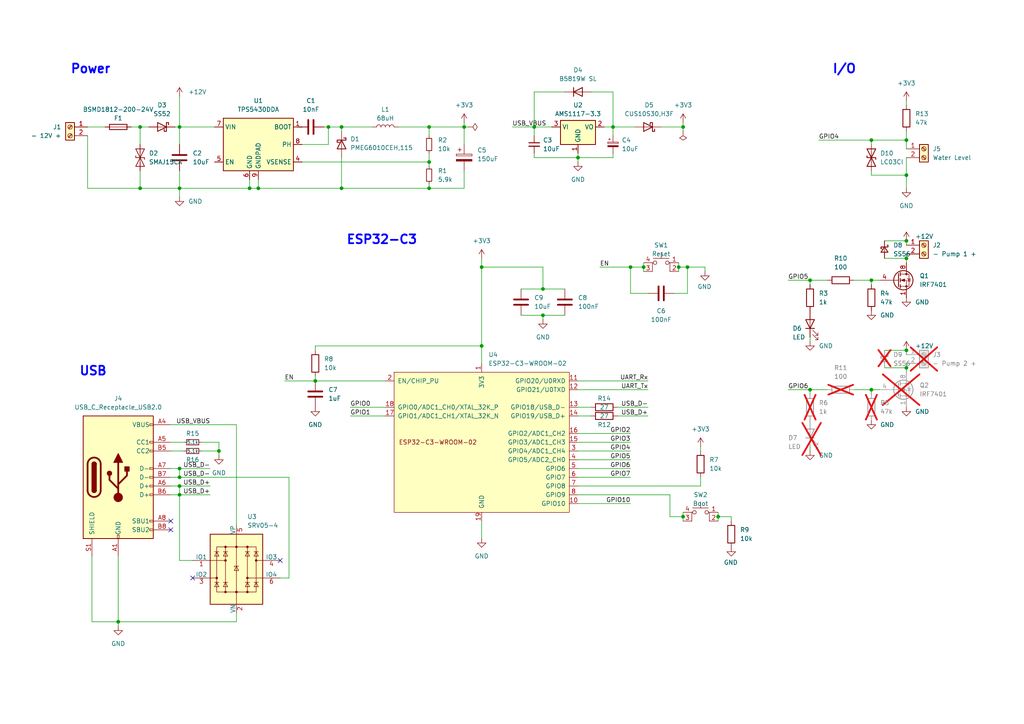
<source format=kicad_sch>
(kicad_sch (version 20231120) (generator "eeschema") (generator_version "8.0")
  (paper "A4")
  (title_block (title "ESP32-C3 Plant Watering Controller") (date "2024-05-12") (rev "0.3") (company "Thilo-Alexander Ginkel"))
  (lib_symbols
    (symbol "Connector:Screw_Terminal_01x02" (pin_names (offset 1.016) hide)
      (property "Reference" "J" (at 0 2.54 0))
      (property "Value" "Screw_Terminal_01x02" (at 0 -5.08 0))
      (symbol "Screw_Terminal_01x02_1_1"
        (pin passive line (at -5.08 0 0) (length 3.81) (name "Pin_1") (number "1"))
        (pin passive line (at -5.08 -2.54 0) (length 3.81) (name "Pin_2") (number "2"))
      )
    )
    (symbol "Connector:USB_C_Receptacle_USB2.0" (pin_names (offset 1.016))
      (property "Reference" "J" (at -10.16 19.05 0))
      (property "Value" "USB_C_Receptacle_USB2.0" (at 19.05 19.05 0))
      (symbol "USB_C_Receptacle_USB2.0_1_1"
        (pin passive line (at 0 -22.86 90) (length 5.08) (name "GND") (number "A1"))
        (pin passive line (at 0 -22.86 90) (length 5.08) hide (name "GND") (number "A12"))
        (pin passive line (at 15.24 15.24 180) (length 5.08) (name "VBUS") (number "A4"))
        (pin bidirectional line (at 15.24 10.16 180) (length 5.08) (name "CC1") (number "A5"))
        (pin bidirectional line (at 15.24 -2.54 180) (length 5.08) (name "D+") (number "A6"))
        (pin bidirectional line (at 15.24 2.54 180) (length 5.08) (name "D-") (number "A7"))
        (pin bidirectional line (at 15.24 -12.7 180) (length 5.08) (name "SBU1") (number "A8"))
        (pin passive line (at 15.24 15.24 180) (length 5.08) hide (name "VBUS") (number "A9"))
        (pin passive line (at 0 -22.86 90) (length 5.08) hide (name "GND") (number "B1"))
        (pin passive line (at 0 -22.86 90) (length 5.08) hide (name "GND") (number "B12"))
        (pin passive line (at 15.24 15.24 180) (length 5.08) hide (name "VBUS") (number "B4"))
        (pin bidirectional line (at 15.24 7.62 180) (length 5.08) (name "CC2") (number "B5"))
        (pin bidirectional line (at 15.24 -5.08 180) (length 5.08) (name "D+") (number "B6"))
        (pin bidirectional line (at 15.24 0 180) (length 5.08) (name "D-") (number "B7"))
        (pin bidirectional line (at 15.24 -15.24 180) (length 5.08) (name "SBU2") (number "B8"))
        (pin passive line (at 15.24 15.24 180) (length 5.08) hide (name "VBUS") (number "B9"))
        (pin passive line (at -7.62 -22.86 90) (length 5.08) (name "SHIELD") (number "S1"))
      )
    )
    (symbol "Device:C" (pin_numbers hide) (pin_names (offset 0.254))
      (property "Reference" "C" (at 0.635 2.54 0))
      (property "Value" "C" (at 0.635 -2.54 0))
      (symbol "C_1_1"
        (pin passive line (at 0 3.81 270) (length 2.794) (name "~") (number "1"))
        (pin passive line (at 0 -3.81 90) (length 2.794) (name "~") (number "2"))
      )
    )
    (symbol "Device:C_Polarized" (pin_numbers hide) (pin_names (offset 0.254))
      (property "Reference" "C" (at 0.635 2.54 0))
      (property "Value" "C_Polarized" (at 0.635 -2.54 0))
      (symbol "C_Polarized_1_1"
        (pin passive line (at 0 3.81 270) (length 2.794) (name "~") (number "1"))
        (pin passive line (at 0 -3.81 90) (length 2.794) (name "~") (number "2"))
      )
    )
    (symbol "Device:C_Polarized_Small" (pin_numbers hide) (pin_names (offset 0.254) hide)
      (property "Reference" "C" (at 0.254 1.778 0))
      (property "Value" "C_Polarized_Small" (at 0.254 -2.032 0))
      (symbol "C_Polarized_Small_1_1"
        (pin passive line (at 0 2.54 270) (length 1.8542) (name "~") (number "1"))
        (pin passive line (at 0 -2.54 90) (length 1.8542) (name "~") (number "2"))
      )
    )
    (symbol "Device:C_Small" (pin_numbers hide) (pin_names (offset 0.254) hide)
      (property "Reference" "C" (at 0.254 1.778 0))
      (property "Value" "C_Small" (at 0.254 -2.032 0))
      (symbol "C_Small_1_1"
        (pin passive line (at 0 2.54 270) (length 2.032) (name "~") (number "1"))
        (pin passive line (at 0 -2.54 90) (length 2.032) (name "~") (number "2"))
      )
    )
    (symbol "Device:D" (pin_numbers hide) (pin_names (offset 1.016) hide)
      (property "Reference" "D" (at 0 2.54 0))
      (property "Value" "D" (at 0 -2.54 0))
      (symbol "D_1_1"
        (pin passive line (at -3.81 0 0) (length 2.54) (name "K") (number "1"))
        (pin passive line (at 3.81 0 180) (length 2.54) (name "A") (number "2"))
      )
    )
    (symbol "Device:D_Schottky" (pin_numbers hide) (pin_names (offset 1.016) hide)
      (property "Reference" "D" (at 0 2.54 0))
      (property "Value" "D_Schottky" (at 0 -2.54 0))
      (symbol "D_Schottky_1_1"
        (pin passive line (at -3.81 0 0) (length 2.54) (name "K") (number "1"))
        (pin passive line (at 3.81 0 180) (length 2.54) (name "A") (number "2"))
      )
    )
    (symbol "Device:D_Schottky_Small" (pin_numbers hide) (pin_names (offset 0.254) hide)
      (property "Reference" "D" (at -1.27 2.032 0))
      (property "Value" "D_Schottky_Small" (at -7.112 -2.032 0))
      (symbol "D_Schottky_Small_1_1"
        (pin passive line (at -2.54 0 0) (length 1.778) (name "K") (number "1"))
        (pin passive line (at 2.54 0 180) (length 1.778) (name "A") (number "2"))
      )
    )
    (symbol "Device:D_TVS" (pin_numbers hide) (pin_names (offset 1.016) hide)
      (property "Reference" "D" (at 0 2.54 0))
      (property "Value" "D_TVS" (at 0 -2.54 0))
      (symbol "D_TVS_1_1"
        (pin passive line (at -3.81 0 0) (length 2.54) (name "A1") (number "1"))
        (pin passive line (at 3.81 0 180) (length 2.54) (name "A2") (number "2"))
      )
    )
    (symbol "Device:Fuse" (pin_numbers hide) (pin_names (offset 0))
      (property "Reference" "F" (at 2.032 0 90))
      (property "Value" "Fuse" (at -1.905 0 90))
      (symbol "Fuse_1_1"
        (pin passive line (at 0 3.81 270) (length 1.27) (name "~") (number "1"))
        (pin passive line (at 0 -3.81 90) (length 1.27) (name "~") (number "2"))
      )
    )
    (symbol "Device:L" (pin_numbers hide) (pin_names (offset 1.016) hide)
      (property "Reference" "L" (at -1.27 0 90))
      (property "Value" "L" (at 1.905 0 90))
      (symbol "L_1_1"
        (pin passive line (at 0 3.81 270) (length 1.27) (name "1") (number "1"))
        (pin passive line (at 0 -3.81 90) (length 1.27) (name "2") (number "2"))
      )
    )
    (symbol "Device:LED" (pin_numbers hide) (pin_names (offset 1.016) hide)
      (property "Reference" "D" (at 0 2.54 0))
      (property "Value" "LED" (at 0 -2.54 0))
      (symbol "LED_1_1"
        (pin passive line (at -3.81 0 0) (length 2.54) (name "K") (number "1"))
        (pin passive line (at 3.81 0 180) (length 2.54) (name "A") (number "2"))
      )
    )
    (symbol "Device:R" (pin_numbers hide) (pin_names (offset 0))
      (property "Reference" "R" (at 2.032 0 90))
      (property "Value" "R" (at 0 0 90))
      (symbol "R_1_1"
        (pin passive line (at 0 3.81 270) (length 1.27) (name "~") (number "1"))
        (pin passive line (at 0 -3.81 90) (length 1.27) (name "~") (number "2"))
      )
    )
    (symbol "Device:R_Small" (pin_numbers hide) (pin_names (offset 0.254) hide)
      (property "Reference" "R" (at 0.762 0.508 0))
      (property "Value" "R_Small" (at 0.762 -1.016 0))
      (symbol "R_Small_1_1"
        (pin passive line (at 0 2.54 270) (length 0.762) (name "~") (number "1"))
        (pin passive line (at 0 -2.54 90) (length 0.762) (name "~") (number "2"))
      )
    )
    (symbol "Diode:SMAJ15CA" (pin_numbers hide) (pin_names (offset 1.016) hide)
      (property "Reference" "D" (at 0 2.54 0))
      (property "Value" "SMAJ15CA" (at 0 -2.54 0))
      (symbol "SMAJ15CA_1_1"
        (pin passive line (at -3.81 0 0) (length 2.54) (name "A1") (number "1"))
        (pin passive line (at 3.81 0 180) (length 2.54) (name "A2") (number "2"))
      )
    )
    (symbol "Espressif:ESP32-C3-WROOM-02" (pin_names (offset 1.016))
      (property "Reference" "U" (at -25.4 25.4 0))
      (property "Value" "ESP32-C3-WROOM-02" (at -25.4 22.86 0))
      (symbol "ESP32-C3-WROOM-02_0_0"
        (text "ESP32-C3-WROOM-02" (at -12.7 0 0) (effects (font (size 1.27 1.27))))
      )
      (symbol "ESP32-C3-WROOM-02_1_1"
        (pin power_in line (at 0 22.86 270) (length 2.54) (name "3V3") (number "1"))
        (pin bidirectional line (at 27.94 -17.78 180) (length 2.54) (name "GPIO10") (number "10"))
        (pin bidirectional line (at 27.94 17.78 180) (length 2.54) (name "GPIO20/U0RXD") (number "11"))
        (pin bidirectional line (at 27.94 15.24 180) (length 2.54) (name "GPIO21/U0TXD") (number "12"))
        (pin bidirectional line (at 27.94 10.16 180) (length 2.54) (name "GPIO18/USB_D-") (number "13"))
        (pin bidirectional line (at 27.94 7.62 180) (length 2.54) (name "GPIO19/USB_D+") (number "14"))
        (pin bidirectional line (at 27.94 0 180) (length 2.54) (name "GPIO3/ADC1_CH3") (number "15"))
        (pin bidirectional line (at 27.94 2.54 180) (length 2.54) (name "GPIO2/ADC1_CH2") (number "16"))
        (pin bidirectional line (at -27.94 7.62 0) (length 2.54) (name "GPIO1/ADC1_CH1/XTAL_32K_N") (number "17"))
        (pin bidirectional line (at -27.94 10.16 0) (length 2.54) (name "GPIO0/ADC1_CH0/XTAL_32K_P") (number "18"))
        (pin power_in line (at 0 -22.86 90) (length 2.54) (name "GND") (number "19"))
        (pin input line (at -27.94 17.78 0) (length 2.54) (name "EN/CHIP_PU") (number "2"))
        (pin bidirectional line (at 27.94 -2.54 180) (length 2.54) (name "GPIO4/ADC1_CH4") (number "3"))
        (pin bidirectional line (at 27.94 -5.08 180) (length 2.54) (name "GPIO5/ADC2_CH0") (number "4"))
        (pin bidirectional line (at 27.94 -7.62 180) (length 2.54) (name "GPIO6") (number "5"))
        (pin bidirectional line (at 27.94 -10.16 180) (length 2.54) (name "GPIO7") (number "6"))
        (pin bidirectional line (at 27.94 -12.7 180) (length 2.54) (name "GPIO8") (number "7"))
        (pin bidirectional line (at 27.94 -15.24 180) (length 2.54) (name "GPIO9") (number "8"))
        (pin passive line (at 0 -22.86 90) (length 2.54) hide (name "GND") (number "9"))
      )
    )
    (symbol "Power_Protection:SRV05-4" (pin_names (offset 0))
      (property "Reference" "U" (at -5.08 11.43 0))
      (property "Value" "SRV05-4" (at 2.54 11.43 0))
      (symbol "SRV05-4_1_1"
        (pin passive line (at -12.7 2.54 0) (length 5.08) (name "IO1") (number "1"))
        (pin passive line (at 0 -12.7 90) (length 2.54) (name "VN") (number "2"))
        (pin passive line (at -12.7 -2.54 0) (length 5.08) (name "IO2") (number "3"))
        (pin passive line (at 12.7 2.54 180) (length 5.08) (name "IO3") (number "4"))
        (pin passive line (at 0 12.7 270) (length 2.54) (name "VP") (number "5"))
        (pin passive line (at 12.7 -2.54 180) (length 5.08) (name "IO4") (number "6"))
      )
    )
    (symbol "Regulator_Linear:AMS1117-3.3"
      (property "Reference" "U" (at -3.81 3.175 0))
      (property "Value" "AMS1117-3.3" (at 0 3.175 0))
      (symbol "AMS1117-3.3_1_1"
        (pin power_in line (at 0 -7.62 90) (length 2.54) (name "GND") (number "1"))
        (pin power_out line (at 7.62 0 180) (length 2.54) (name "VO") (number "2"))
        (pin power_in line (at -7.62 0 0) (length 2.54) (name "VI") (number "3"))
      )
    )
    (symbol "Regulator_Switching:TPS5430DDA"
      (property "Reference" "U" (at -10.16 8.89 0))
      (property "Value" "TPS5430DDA" (at -1.27 8.89 0))
      (symbol "TPS5430DDA_1_1"
        (pin input line (at 12.7 5.08 180) (length 2.54) (name "BOOT") (number "1"))
        (pin no_connect line (at -10.16 2.54 0) (length 2.54) hide (name "NC") (number "2"))
        (pin no_connect line (at -10.16 -2.54 0) (length 2.54) hide (name "NC") (number "3"))
        (pin input line (at 12.7 -5.08 180) (length 2.54) (name "VSENSE") (number "4"))
        (pin input line (at -12.7 -5.08 0) (length 2.54) (name "EN") (number "5"))
        (pin power_in line (at -2.54 -10.16 90) (length 2.54) (name "GND") (number "6"))
        (pin power_in line (at -12.7 5.08 0) (length 2.54) (name "VIN") (number "7"))
        (pin output line (at 12.7 0 180) (length 2.54) (name "PH") (number "8"))
        (pin power_in line (at 0 -10.16 90) (length 2.54) (name "GNDPAD") (number "9"))
      )
    )
    (symbol "Switch:SW_MEC_5E" (pin_names (offset 1.016) hide)
      (property "Reference" "SW" (at 0.635 5.715 0))
      (property "Value" "SW_MEC_5E" (at 0 -3.175 0))
      (symbol "SW_MEC_5E_0_1"
        (pin passive line (at -5.08 2.54 0) (length 2.54) (name "1") (number "1"))
        (pin passive line (at -5.08 0 0) (length 2.54) (name "2") (number "2"))
        (pin passive line (at 5.08 0 180) (length 2.54) (name "K") (number "3"))
        (pin passive line (at 5.08 2.54 180) (length 2.54) (name "A") (number "4"))
      )
    )
    (symbol "Transistor_FET:IRF7403" (pin_names hide)
      (property "Reference" "Q" (at 5.08 2.54 0))
      (property "Value" "IRF7403" (at 5.08 0 0))
      (symbol "IRF7403_1_1"
        (pin passive line (at 2.54 -5.08 90) (length 2.54) (name "S") (number "1"))
        (pin passive line (at 2.54 -5.08 90) (length 2.54) hide (name "S") (number "2"))
        (pin passive line (at 2.54 -5.08 90) (length 2.54) hide (name "S") (number "3"))
        (pin input line (at -5.08 0 0) (length 2.54) (name "G") (number "4"))
        (pin passive line (at 2.54 5.08 270) (length 2.54) hide (name "D") (number "5"))
        (pin passive line (at 2.54 5.08 270) (length 2.54) hide (name "D") (number "6"))
        (pin passive line (at 2.54 5.08 270) (length 2.54) hide (name "D") (number "7"))
        (pin passive line (at 2.54 5.08 270) (length 2.54) (name "D") (number "8"))
      )
    )
    (symbol "power:+24V" (power) (pin_names (offset 0))
      (property "Value" "+24V" (at 0 3.556 0))
      (symbol "+24V_1_1"
        (pin power_in line (at 0 0 90) (length 0) hide (name "+24V") (number "1"))
      )
    )
    (symbol "power:+3V3" (power) (pin_names (offset 0))
      (property "Value" "+3V3" (at 0 3.556 0))
      (symbol "+3V3_1_1"
        (pin power_in line (at 0 0 90) (length 0) hide (name "+3V3") (number "1"))
      )
    )
    (symbol "power:+5V" (power) (pin_names (offset 0))
      (property "Value" "+5V" (at 0 3.556 0))
      (symbol "+5V_1_1"
        (pin power_in line (at 0 0 90) (length 0) hide (name "+5V") (number "1"))
      )
    )
    (symbol "power:GND" (power) (pin_names (offset 0))
      (property "Value" "GND" (at 0 -3.81 0))
      (symbol "GND_1_1"
        (pin power_in line (at 0 0 270) (length 0) hide (name "GND") (number "1"))
      )
    )
    (symbol "power:GND2" (power) (pin_names (offset 0))
      (property "Value" "GND2" (at 0 -3.81 0))
      (symbol "GND2_1_1"
        (pin power_in line (at 0 0 270) (length 0) hide (name "GND2") (number "1"))
      )
    )
    (symbol "power:PWR_FLAG" (power) (pin_numbers hide) (pin_names (offset 0) hide)
      (property "Value" "PWR_FLAG" (at 0 3.81 0))
      (symbol "PWR_FLAG_0_0"
        (pin power_out line (at 0 0 90) (length 0) (name "pwr") (number "1"))
      )
    )
  )
  (junction (at 72.39 54.61))
  (junction (at 139.7 77.47))
  (junction (at 262.89 106.68))
  (junction (at 198.12 149.86))
  (junction (at 262.89 50.8))
  (junction (at 196.85 77.47))
  (junction (at 167.64 45.72))
  (junction (at 40.64 54.61))
  (junction (at 234.95 81.28))
  (junction (at 252.73 40.64))
  (junction (at 139.7 100.33))
  (junction (at 262.89 101.6))
  (junction (at 177.8 36.83))
  (junction (at 154.94 36.83))
  (junction (at 52.07 54.61))
  (junction (at 124.46 46.99))
  (junction (at 252.73 81.28))
  (junction (at 134.62 36.83))
  (junction (at 262.89 40.64))
  (junction (at 40.64 36.83))
  (junction (at 199.39 77.47))
  (junction (at 52.07 140.97))
  (junction (at 186.69 77.47))
  (junction (at 52.07 143.51))
  (junction (at 198.12 36.83))
  (junction (at 208.28 149.86))
  (junction (at 63.5 130.81))
  (junction (at 157.48 91.44))
  (junction (at 34.29 180.34))
  (junction (at 91.44 110.49))
  (junction (at 52.07 36.83))
  (junction (at 262.89 74.93))
  (junction (at 95.25 36.83))
  (junction (at 182.88 77.47))
  (junction (at 74.93 54.61))
  (junction (at 252.73 113.03))
  (junction (at 99.06 36.83))
  (junction (at 124.46 54.61))
  (junction (at 124.46 36.83))
  (junction (at 52.07 138.43))
  (junction (at 157.48 83.82))
  (junction (at 262.89 69.85))
  (junction (at 99.06 54.61))
  (junction (at 52.07 135.89))
  (junction (at 234.95 113.03))
  (no_connect (at 81.28 162.56))
  (no_connect (at 49.53 151.13))
  (no_connect (at 49.53 153.67))
  (no_connect (at 55.88 167.64))
  (wire (pts (xy 167.64 118.11) (xy 171.45 118.11)))
  (wire (pts (xy 99.06 54.61) (xy 124.46 54.61)))
  (wire (pts (xy 107.95 36.83) (xy 99.06 36.83)))
  (wire (pts (xy 124.46 54.61) (xy 134.62 54.61)))
  (wire (pts (xy 262.89 106.68) (xy 262.89 107.95)))
  (wire (pts (xy 52.07 140.97) (xy 60.96 140.97)))
  (wire (pts (xy 95.25 41.91) (xy 95.25 36.83)))
  (wire (pts (xy 157.48 77.47) (xy 157.48 83.82)))
  (wire (pts (xy 87.63 41.91) (xy 95.25 41.91)))
  (wire (pts (xy 228.6 81.28) (xy 234.95 81.28)))
  (wire (pts (xy 177.8 26.67) (xy 177.8 36.83)))
  (wire (pts (xy 52.07 49.53) (xy 52.07 54.61)))
  (wire (pts (xy 186.69 77.47) (xy 186.69 78.74)))
  (wire (pts (xy 134.62 36.83) (xy 134.62 41.91)))
  (wire (pts (xy 49.53 138.43) (xy 52.07 138.43)))
  (wire (pts (xy 167.64 44.45) (xy 167.64 45.72)))
  (wire (pts (xy 34.29 181.61) (xy 34.29 180.34)))
  (wire (pts (xy 52.07 135.89) (xy 52.07 138.43)))
  (wire (pts (xy 167.64 45.72) (xy 167.64 46.99)))
  (wire (pts (xy 167.64 130.81) (xy 182.88 130.81)))
  (wire (pts (xy 154.94 36.83) (xy 154.94 39.37)))
  (wire (pts (xy 262.89 29.21) (xy 262.89 30.48)))
  (wire (pts (xy 171.45 26.67) (xy 177.8 26.67)))
  (wire (pts (xy 63.5 128.27) (xy 63.5 130.81)))
  (wire (pts (xy 124.46 36.83) (xy 134.62 36.83)))
  (wire (pts (xy 167.64 110.49) (xy 187.96 110.49)))
  (wire (pts (xy 93.98 36.83) (xy 95.25 36.83)))
  (wire (pts (xy 34.29 180.34) (xy 68.58 180.34)))
  (wire (pts (xy 167.64 138.43) (xy 182.88 138.43)))
  (wire (pts (xy 234.95 82.55) (xy 234.95 81.28)))
  (wire (pts (xy 52.07 135.89) (xy 60.96 135.89)))
  (wire (pts (xy 157.48 91.44) (xy 157.48 92.71)))
  (wire (pts (xy 134.62 36.83) (xy 135.89 36.83)))
  (wire (pts (xy 115.57 36.83) (xy 124.46 36.83)))
  (wire (pts (xy 68.58 123.19) (xy 68.58 152.4)))
  (wire (pts (xy 262.89 105.41) (xy 262.89 106.68)))
  (wire (pts (xy 124.46 36.83) (xy 124.46 39.37)))
  (wire (pts (xy 252.73 40.64) (xy 262.89 40.64)))
  (wire (pts (xy 262.89 69.85) (xy 256.54 69.85)))
  (wire (pts (xy 52.07 162.56) (xy 52.07 143.51)))
  (wire (pts (xy 234.95 114.3) (xy 234.95 113.03)))
  (wire (pts (xy 186.69 77.47) (xy 186.69 76.2)))
  (wire (pts (xy 40.64 36.83) (xy 43.18 36.83)))
  (wire (pts (xy 177.8 36.83) (xy 175.26 36.83)))
  (wire (pts (xy 234.95 81.28) (xy 240.03 81.28)))
  (wire (pts (xy 139.7 77.47) (xy 139.7 100.33)))
  (wire (pts (xy 52.07 36.83) (xy 62.23 36.83)))
  (wire (pts (xy 167.64 128.27) (xy 182.88 128.27)))
  (wire (pts (xy 58.42 128.27) (xy 63.5 128.27)))
  (wire (pts (xy 99.06 54.61) (xy 74.93 54.61)))
  (wire (pts (xy 184.15 36.83) (xy 177.8 36.83)))
  (wire (pts (xy 124.46 53.34) (xy 124.46 54.61)))
  (wire (pts (xy 157.48 91.44) (xy 163.83 91.44)))
  (wire (pts (xy 187.96 85.09) (xy 182.88 85.09)))
  (wire (pts (xy 177.8 39.37) (xy 177.8 36.83)))
  (wire (pts (xy 179.07 118.11) (xy 187.96 118.11)))
  (wire (pts (xy 52.07 27.94) (xy 52.07 36.83)))
  (wire (pts (xy 262.89 38.1) (xy 262.89 40.64)))
  (wire (pts (xy 49.53 123.19) (xy 68.58 123.19)))
  (wire (pts (xy 83.82 138.43) (xy 83.82 167.64)))
  (wire (pts (xy 199.39 77.47) (xy 204.47 77.47)))
  (wire (pts (xy 252.73 50.8) (xy 262.89 50.8)))
  (wire (pts (xy 91.44 100.33) (xy 139.7 100.33)))
  (wire (pts (xy 58.42 130.81) (xy 63.5 130.81)))
  (wire (pts (xy 262.89 101.6) (xy 262.89 102.87)))
  (wire (pts (xy 208.28 149.86) (xy 212.09 149.86)))
  (wire (pts (xy 182.88 85.09) (xy 182.88 77.47)))
  (wire (pts (xy 99.06 36.83) (xy 99.06 38.1)))
  (wire (pts (xy 163.83 26.67) (xy 154.94 26.67)))
  (wire (pts (xy 139.7 74.93) (xy 139.7 77.47)))
  (wire (pts (xy 191.77 36.83) (xy 198.12 36.83)))
  (wire (pts (xy 167.64 45.72) (xy 177.8 45.72)))
  (wire (pts (xy 68.58 180.34) (xy 68.58 177.8)))
  (wire (pts (xy 83.82 167.64) (xy 81.28 167.64)))
  (wire (pts (xy 256.54 106.68) (xy 262.89 106.68)))
  (wire (pts (xy 72.39 52.07) (xy 72.39 54.61)))
  (wire (pts (xy 247.65 81.28) (xy 252.73 81.28)))
  (wire (pts (xy 167.64 140.97) (xy 203.2 140.97)))
  (wire (pts (xy 139.7 100.33) (xy 139.7 105.41)))
  (wire (pts (xy 252.73 82.55) (xy 252.73 81.28)))
  (wire (pts (xy 95.25 36.83) (xy 99.06 36.83)))
  (wire (pts (xy 25.4 54.61) (xy 40.64 54.61)))
  (wire (pts (xy 167.64 135.89) (xy 182.88 135.89)))
  (wire (pts (xy 262.89 40.64) (xy 262.89 43.18)))
  (wire (pts (xy 86.36 36.83) (xy 87.63 36.83)))
  (wire (pts (xy 99.06 45.72) (xy 99.06 54.61)))
  (wire (pts (xy 49.53 135.89) (xy 52.07 135.89)))
  (wire (pts (xy 234.95 97.79) (xy 234.95 99.06)))
  (wire (pts (xy 173.99 77.47) (xy 182.88 77.47)))
  (wire (pts (xy 198.12 149.86) (xy 194.31 149.86)))
  (wire (pts (xy 157.48 83.82) (xy 163.83 83.82)))
  (wire (pts (xy 212.09 149.86) (xy 212.09 151.13)))
  (wire (pts (xy 198.12 35.56) (xy 198.12 36.83)))
  (wire (pts (xy 40.64 36.83) (xy 40.64 41.91)))
  (wire (pts (xy 74.93 54.61) (xy 72.39 54.61)))
  (wire (pts (xy 63.5 130.81) (xy 63.5 132.08)))
  (wire (pts (xy 262.89 45.72) (xy 262.89 50.8)))
  (wire (pts (xy 34.29 161.29) (xy 34.29 180.34)))
  (wire (pts (xy 154.94 45.72) (xy 167.64 45.72)))
  (wire (pts (xy 72.39 54.61) (xy 52.07 54.61)))
  (wire (pts (xy 82.55 110.49) (xy 91.44 110.49)))
  (wire (pts (xy 228.6 113.03) (xy 234.95 113.03)))
  (wire (pts (xy 25.4 39.37) (xy 25.4 54.61)))
  (wire (pts (xy 30.48 36.83) (xy 25.4 36.83)))
  (wire (pts (xy 124.46 46.99) (xy 124.46 48.26)))
  (wire (pts (xy 167.64 125.73) (xy 182.88 125.73)))
  (wire (pts (xy 134.62 35.56) (xy 134.62 36.83)))
  (wire (pts (xy 52.07 36.83) (xy 52.07 41.91)))
  (wire (pts (xy 167.64 146.05) (xy 182.88 146.05)))
  (wire (pts (xy 87.63 46.99) (xy 124.46 46.99)))
  (wire (pts (xy 177.8 45.72) (xy 177.8 44.45)))
  (wire (pts (xy 167.64 113.03) (xy 187.96 113.03)))
  (wire (pts (xy 49.53 143.51) (xy 52.07 143.51)))
  (wire (pts (xy 148.59 36.83) (xy 154.94 36.83)))
  (wire (pts (xy 167.64 120.65) (xy 171.45 120.65)))
  (wire (pts (xy 256.54 74.93) (xy 262.89 74.93)))
  (wire (pts (xy 196.85 77.47) (xy 199.39 77.47)))
  (wire (pts (xy 204.47 77.47) (xy 204.47 78.74)))
  (wire (pts (xy 199.39 85.09) (xy 199.39 77.47)))
  (wire (pts (xy 26.67 180.34) (xy 34.29 180.34)))
  (wire (pts (xy 111.76 110.49) (xy 91.44 110.49)))
  (wire (pts (xy 208.28 149.86) (xy 208.28 151.13)))
  (wire (pts (xy 38.1 36.83) (xy 40.64 36.83)))
  (wire (pts (xy 52.07 54.61) (xy 52.07 57.15)))
  (wire (pts (xy 179.07 120.65) (xy 187.96 120.65)))
  (wire (pts (xy 151.13 91.44) (xy 157.48 91.44)))
  (wire (pts (xy 252.73 81.28) (xy 255.27 81.28)))
  (wire (pts (xy 262.89 101.6) (xy 256.54 101.6)))
  (wire (pts (xy 91.44 100.33) (xy 91.44 101.6)))
  (wire (pts (xy 52.07 143.51) (xy 60.96 143.51)))
  (wire (pts (xy 198.12 149.86) (xy 198.12 148.59)))
  (wire (pts (xy 198.12 149.86) (xy 198.12 151.13)))
  (wire (pts (xy 50.8 36.83) (xy 52.07 36.83)))
  (wire (pts (xy 49.53 140.97) (xy 52.07 140.97)))
  (wire (pts (xy 40.64 49.53) (xy 40.64 54.61)))
  (wire (pts (xy 52.07 138.43) (xy 83.82 138.43)))
  (wire (pts (xy 167.64 133.35) (xy 182.88 133.35)))
  (wire (pts (xy 195.58 85.09) (xy 199.39 85.09)))
  (wire (pts (xy 262.89 74.93) (xy 262.89 76.2)))
  (wire (pts (xy 91.44 110.49) (xy 91.44 109.22)))
  (wire (pts (xy 237.49 40.64) (xy 252.73 40.64)))
  (wire (pts (xy 167.64 143.51) (xy 194.31 143.51)))
  (wire (pts (xy 198.12 36.83) (xy 198.12 38.1)))
  (wire (pts (xy 111.76 120.65) (xy 101.6 120.65)))
  (wire (pts (xy 186.69 77.47) (xy 182.88 77.47)))
  (wire (pts (xy 234.95 113.03) (xy 240.03 113.03)))
  (wire (pts (xy 252.73 40.64) (xy 252.73 41.91)))
  (wire (pts (xy 157.48 77.47) (xy 139.7 77.47)))
  (wire (pts (xy 203.2 129.54) (xy 203.2 130.81)))
  (wire (pts (xy 196.85 76.2) (xy 196.85 77.47)))
  (wire (pts (xy 157.48 83.82) (xy 151.13 83.82)))
  (wire (pts (xy 252.73 114.3) (xy 252.73 113.03)))
  (wire (pts (xy 134.62 54.61) (xy 134.62 49.53)))
  (wire (pts (xy 262.89 50.8) (xy 262.89 54.61)))
  (wire (pts (xy 252.73 113.03) (xy 255.27 113.03)))
  (wire (pts (xy 154.94 36.83) (xy 160.02 36.83)))
  (wire (pts (xy 194.31 149.86) (xy 194.31 143.51)))
  (wire (pts (xy 262.89 71.12) (xy 262.89 69.85)))
  (wire (pts (xy 154.94 45.72) (xy 154.94 44.45)))
  (wire (pts (xy 247.65 113.03) (xy 252.73 113.03)))
  (wire (pts (xy 52.07 162.56) (xy 55.88 162.56)))
  (wire (pts (xy 208.28 148.59) (xy 208.28 149.86)))
  (wire (pts (xy 196.85 77.47) (xy 196.85 78.74)))
  (wire (pts (xy 49.53 130.81) (xy 53.34 130.81)))
  (wire (pts (xy 234.95 130.81) (xy 234.95 129.54)))
  (wire (pts (xy 26.67 161.29) (xy 26.67 180.34)))
  (wire (pts (xy 124.46 44.45) (xy 124.46 46.99)))
  (wire (pts (xy 40.64 54.61) (xy 52.07 54.61)))
  (wire (pts (xy 252.73 50.8) (xy 252.73 49.53)))
  (wire (pts (xy 203.2 140.97) (xy 203.2 138.43)))
  (wire (pts (xy 262.89 73.66) (xy 262.89 74.93)))
  (wire (pts (xy 111.76 118.11) (xy 101.6 118.11)))
  (wire (pts (xy 154.94 26.67) (xy 154.94 36.83)))
  (wire (pts (xy 139.7 151.13) (xy 139.7 156.21)))
  (wire (pts (xy 49.53 128.27) (xy 53.34 128.27)))
  (wire (pts (xy 52.07 140.97) (xy 52.07 143.51)))
  (wire (pts (xy 74.93 54.61) (xy 74.93 52.07)))
  (text "ESP32-C3" (at 100.33 71.12 0) (effects (font (size 2.54 2.54) (thickness 0.508) (bold yes)) (justify left bottom)))
  (text "USB" (at 22.86 109.22 0) (effects (font (size 2.54 2.54) (thickness 0.508) (bold yes)) (justify left bottom)))
  (text "Power" (at 20.32 21.59 0) (effects (font (size 2.54 2.54) (thickness 0.508) (bold yes)) (justify left bottom)))
  (text "I/O" (at 241.3 21.59 0) (effects (font (size 2.54 2.54) (thickness 0.508) (bold yes)) (justify left bottom)))
  (label "GPIO10" (at 182.88 146.05 180))
  (label "USB_D+" (at 187.96 120.65 180))
  (label "UART_Tx" (at 187.96 113.03 180))
  (label "USB_D+" (at 60.96 143.51 180))
  (label "GPIO7" (at 182.88 138.43 180))
  (label "USB_D+" (at 60.96 140.97 180))
  (label "GPIO4" (at 237.49 40.64 0))
  (label "USB_VBUS" (at 60.96 123.19 180))
  (label "USB_D-" (at 60.96 138.43 180))
  (label "EN" (at 173.99 77.47 0))
  (label "GPIO3" (at 182.88 128.27 180))
  (label "GPIO5" (at 182.88 133.35 180))
  (label "GPIO1" (at 101.6 120.65 0))
  (label "GPIO0" (at 101.6 118.11 0))
  (label "GPIO4" (at 182.88 130.81 180))
  (label "GPIO2" (at 182.88 125.73 180))
  (label "USB_D-" (at 60.96 135.89 180))
  (label "UART_Rx" (at 187.96 110.49 180))
  (label "EN" (at 82.55 110.49 0))
  (label "GPIO6" (at 182.88 135.89 180))
  (label "USB_VBUS" (at 148.59 36.83 0))
  (label "USB_D-" (at 187.96 118.11 180))
  (label "GPIO6" (at 228.6 113.03 0))
  (label "GPIO5" (at 228.6 81.28 0))
  (symbol (lib_id "Device:R_Small") (at 124.46 41.91 0) (unit 1)
    (property "Reference" "R2" (at 127 40.64 0) (effects (justify left)))
    (property "Value" "10k" (at 127 43.18 0) (effects (justify left)))
    (property "Footprint" "Resistor_SMD:R_0603_1608Metric" (effects (hide yes)))
    (property "LCSC Part" "C25804" (effects (hide yes)))
  )
  (symbol (lib_id "Device:R_Small") (at 124.46 50.8 180) (unit 1)
    (property "Reference" "R1" (at 127 49.53 0) (effects (justify right)))
    (property "Value" "5.9k" (at 127 52.07 0) (effects (justify right)))
    (property "Footprint" "Resistor_SMD:R_0603_1608Metric" (effects (hide yes)))
    (property "LCSC Part" "C23071" (effects (hide yes)))
  )
  (symbol (lib_id "power:GND2") (at 262.89 86.36 0) (unit 1)
    (property "Reference" "#PWR04" (effects (hide yes)))
    (property "Value" "GND" (at 265.43 87.6299 0) (effects (justify left)))
  )
  (symbol (lib_id "Device:R") (at 252.73 86.36 0) (unit 1)
    (property "Reference" "R4" (at 255.27 85.09 0) (effects (justify left)))
    (property "Value" "47k" (at 255.27 87.63 0) (effects (justify left)))
    (property "Footprint" "Resistor_SMD:R_0603_1608Metric" (effects (hide yes)))
    (property "LCSC Part" "C25819" (effects (hide yes)))
  )
  (symbol (lib_id "power:GND2") (at 252.73 90.17 0) (unit 1)
    (property "Reference" "#PWR09" (effects (hide yes)))
    (property "Value" "GND" (at 255.27 91.4399 0) (effects (justify left)))
  )
  (symbol (lib_id "Device:R") (at 203.2 134.62 0) (unit 1)
    (property "Reference" "R7" (at 205.74 133.35 0) (effects (justify left)))
    (property "Value" "10k" (at 205.74 135.89 0) (effects (justify left)))
    (property "Footprint" "Resistor_SMD:R_0603_1608Metric" (effects (hide yes)))
    (property "LCSC Part" "C25804" (effects (hide yes)))
  )
  (symbol (lib_id "Switch:SW_MEC_5E") (at 191.77 78.74 0) (mirror y) (unit 1)
    (property "Reference" "SW1" (at 191.77 71.12 0))
    (property "Value" "Reset" (at 191.77 73.66 0))
    (property "Footprint" "lcsc:SW-SMD_4P-L4.2-W3.3-P2.15-LS5.1" (effects (hide yes)))
    (property "Datasheet" "http://www.apem.com/int/index.php?controller=attachment&id_attachment=1371" (effects (hide yes)))
    (property "LCSC Part" "C455282" (effects (hide yes)))
  )
  (symbol (lib_id "Device:C_Polarized") (at 134.62 45.72 0) (unit 1)
    (property "Reference" "C5" (at 138.43 43.561 0) (effects (justify left)))
    (property "Value" "150uF" (at 138.43 46.101 0) (effects (justify left)))
    (property "Footprint" "Capacitor_SMD:CP_Elec_6.3x7.7" (effects (hide yes)))
    (property "LCSC Part" "C242120" (effects (hide yes)))
  )
  (symbol (lib_id "power:GND") (at 167.64 46.99 0) (unit 1)
    (property "Reference" "#PWR012" (effects (hide yes)))
    (property "Value" "GND" (at 167.64 52.07 0))
  )
  (symbol (lib_id "Connector:Screw_Terminal_01x02") (at 20.32 36.83 0) (mirror y) (unit 1)
    (property "Reference" "J1" (at 17.78 36.83 0) (effects (justify left)))
    (property "Value" "- 12V +" (at 17.78 39.37 0) (effects (justify left)))
    (property "Footprint" "lcsc:CONN-TH_2P-P5.08_DB128L-5.08-2P-GN-P" (effects (hide yes)))
  )
  (symbol (lib_id "power:GND2") (at 262.89 118.11 0) (unit 1)
    (property "Reference" "#PWR05" (effects (hide yes)))
    (property "Value" "GND" (at 265.43 119.3799 0) (effects (justify left)))
  )
  (symbol (lib_id "Connector:Screw_Terminal_01x02") (at 267.97 102.87 0) (unit 1) (dnp yes)
    (property "Reference" "J3" (at 270.51 102.87 0) (effects (justify left)))
    (property "Value" "- Pump 2 +" (at 270.51 105.41 0) (effects (justify left)))
    (property "Footprint" "lcsc:CONN-TH_2P-P5.08_DB128L-5.08-2P-GN-P" (effects (hide yes)))
  )
  (symbol (lib_id "Device:R") (at 252.73 118.11 0) (unit 1) (dnp yes)
    (property "Reference" "R5" (at 255.27 116.84 0) (effects (justify left)))
    (property "Value" "47k" (at 255.27 119.38 0) (effects (justify left)))
    (property "Footprint" "Resistor_SMD:R_0603_1608Metric" (effects (hide yes)))
    (property "LCSC Part" "C25819" (effects (hide yes)))
  )
  (symbol (lib_id "Device:R") (at 234.95 86.36 0) (unit 1)
    (property "Reference" "R3" (at 237.49 85.09 0) (effects (justify left)))
    (property "Value" "1k" (at 237.49 87.63 0) (effects (justify left)))
    (property "Footprint" "Resistor_SMD:R_0603_1608Metric" (effects (hide yes)))
    (property "LCSC Part" "C21190" (effects (hide yes)))
  )
  (symbol (lib_id "power:+24V") (at 262.89 101.6 0) (unit 1)
    (property "Reference" "#PWR08" (effects (hide yes)))
    (property "Value" "+12V" (at 265.43 100.3299 0) (effects (justify left)))
  )
  (symbol (lib_id "Device:D") (at 167.64 26.67 0) (unit 1)
    (property "Reference" "D4" (at 167.64 20.32 0))
    (property "Value" "B5819W SL" (at 167.64 22.86 0))
    (property "Footprint" "Diode_SMD:D_SOD-123" (effects (hide yes)))
    (property "Sim.Device" "D" (effects (hide yes)))
    (property "Sim.Pins" "1=K 2=A" (effects (hide yes)))
    (property "LCSC Part" "C8598" (effects (hide yes)))
  )
  (symbol (lib_id "power:+3V3") (at 198.12 35.56 0) (unit 1)
    (property "Reference" "#PWR013" (effects (hide yes)))
    (property "Value" "+3V3" (at 198.12 30.48 0))
  )
  (symbol (lib_id "power:GND") (at 212.09 158.75 0) (mirror y) (unit 1)
    (property "Reference" "#PWR020" (effects (hide yes)))
    (property "Value" "GND" (at 211.963 163.1442 0))
  )
  (symbol (lib_id "Device:D_Schottky") (at 46.99 36.83 0) (mirror y) (unit 1)
    (property "Reference" "D3" (at 46.99 30.48 0))
    (property "Value" "SS52" (at 46.99 33.02 0))
    (property "Footprint" "Diode_SMD:D_SMA" (effects (hide yes)))
    (property "LCSC Part" "C727051" (effects (hide yes)))
  )
  (symbol (lib_id "Diode:SMAJ15CA") (at 40.64 45.72 90) (unit 1)
    (property "Reference" "D2" (at 43.18 44.45 90) (effects (justify right)))
    (property "Value" "SMAJ15CA" (at 43.18 46.99 90) (effects (justify right)))
    (property "Footprint" "Diode_SMD:D_SMA" (effects (hide yes)))
    (property "Datasheet" "https://www.littelfuse.com/media?resourcetype=datasheets&itemid=75e32973-b177-4ee3-a0ff-cedaf1abdb93&filename=smaj-datasheet" (effects (hide yes)))
    (property "LCSC Part" "C110044" (effects (hide yes)))
  )
  (symbol (lib_id "power:GND2") (at 234.95 130.81 0) (unit 1)
    (property "Reference" "#PWR024" (effects (hide yes)))
    (property "Value" "GND" (at 237.49 132.0799 0) (effects (justify left)))
  )
  (symbol (lib_id "Device:R") (at 243.84 81.28 90) (unit 1)
    (property "Reference" "R10" (at 243.84 74.93 90))
    (property "Value" "100" (at 243.84 77.47 90))
    (property "Footprint" "Resistor_SMD:R_0603_1608Metric" (effects (hide yes)))
    (property "LCSC Part" "C22775" (effects (hide yes)))
  )
  (symbol (lib_id "Device:C_Small") (at 154.94 41.91 0) (unit 1)
    (property "Reference" "C3" (at 157.48 40.6463 0) (effects (justify left)))
    (property "Value" "10uF" (at 157.48 43.1863 0) (effects (justify left)))
    (property "Footprint" "Capacitor_SMD:C_1206_3216Metric" (effects (hide yes)))
    (property "LCSC Part" "C89632" (effects (hide yes)))
  )
  (symbol (lib_id "Regulator_Switching:TPS5430DDA") (at 74.93 41.91 0) (unit 1)
    (property "Reference" "U1" (at 74.93 29.21 0))
    (property "Value" "TPS5430DDA" (at 74.93 31.75 0))
    (property "Footprint" "Package_SO:TI_SO-PowerPAD-8_ThermalVias" (effects (hide yes)))
    (property "Datasheet" "http://www.ti.com/lit/ds/symlink/tps5430.pdf" (effects (hide yes)))
    (property "LCSC Part" "C9864" (effects (hide yes)))
  )
  (symbol (lib_id "power:GND2") (at 52.07 57.15 0) (unit 1)
    (property "Reference" "#PWR02" (effects (hide yes)))
    (property "Value" "GND" (at 54.61 58.4199 0) (effects (justify left)))
  )
  (symbol (lib_id "Connector:USB_C_Receptacle_USB2.0") (at 34.29 138.43 0) (unit 1)
    (property "Reference" "J4" (at 34.29 115.57 0))
    (property "Value" "USB_C_Receptacle_USB2.0" (at 34.29 118.11 0))
    (property "Footprint" "lcsc:USB-C_SMD-TYPE-C-31-M-12" (effects (hide yes)))
    (property "Datasheet" "https://www.usb.org/sites/default/files/documents/usb_type-c.zip" (effects (hide yes)))
    (property "LCSC Part" "C165948" (effects (hide yes)))
  )
  (symbol (lib_id "Connector:Screw_Terminal_01x02") (at 267.97 71.12 0) (unit 1)
    (property "Reference" "J2" (at 270.51 71.12 0) (effects (justify left)))
    (property "Value" "- Pump 1 +" (at 270.51 73.66 0) (effects (justify left)))
    (property "Footprint" "lcsc:CONN-TH_2P-P5.08_DB128L-5.08-2P-GN-P" (effects (hide yes)))
  )
  (symbol (lib_id "power:+24V") (at 262.89 69.85 0) (unit 1)
    (property "Reference" "#PWR07" (effects (hide yes)))
    (property "Value" "+12V" (at 265.43 68.5799 0) (effects (justify left)))
  )
  (symbol (lib_id "Device:LED") (at 234.95 125.73 90) (unit 1) (dnp yes)
    (property "Reference" "D7" (at 228.6 127 90) (effects (justify right)))
    (property "Value" "LED" (at 228.6 129.54 90) (effects (justify right)))
    (property "Footprint" "LED_SMD:LED_0603_1608Metric" (effects (hide yes)))
    (property "LCSC Part" "C434419" (effects (hide yes)))
  )
  (symbol (lib_id "power:GND") (at 34.29 181.61 0) (unit 1)
    (property "Reference" "#PWR010" (effects (hide yes)))
    (property "Value" "GND" (at 34.29 186.69 0))
  )
  (symbol (lib_id "power:GND") (at 91.44 118.11 0) (unit 1)
    (property "Reference" "#PWR016" (effects (hide yes)))
    (property "Value" "GND" (at 91.44 123.19 0))
  )
  (symbol (lib_id "Power_Protection:SRV05-4") (at 68.58 165.1 0) (unit 1)
    (property "Reference" "U3" (at 71.7297 149.86 0) (effects (justify left)))
    (property "Value" "SRV05-4" (at 71.7297 152.4 0) (effects (justify left)))
    (property "Footprint" "Package_TO_SOT_SMD:SOT-23-6" (effects (hide yes)))
    (property "Datasheet" "http://www.onsemi.com/pub/Collateral/SRV05-4-D.PDF" (effects (hide yes)))
    (property "LCSC Part" "C85364" (effects (hide yes)))
  )
  (symbol (lib_id "power:GND") (at 157.48 92.71 0) (unit 1)
    (property "Reference" "#PWR015" (effects (hide yes)))
    (property "Value" "GND" (at 157.48 97.79 0))
  )
  (symbol (lib_id "Device:R_Small") (at 55.88 130.81 90) (unit 1)
    (property "Reference" "R16" (at 55.88 133.35 90))
    (property "Value" "5.1k" (at 55.88 130.81 90) (effects (font (size 1 1))))
    (property "Footprint" "Resistor_SMD:R_0603_1608Metric" (effects (hide yes)))
    (property "LCSC Part" "C23186" (effects (hide yes)))
  )
  (symbol (lib_id "Transistor_FET:IRF7403") (at 260.35 113.03 0) (unit 1) (dnp yes)
    (property "Reference" "Q2" (at 266.7 111.76 0) (effects (justify left)))
    (property "Value" "IRF7401" (at 266.7 114.3 0) (effects (justify left)))
    (property "Footprint" "Package_SO:SOIC-8_3.9x4.9mm_P1.27mm" (effects (hide yes)))
    (property "LCSC Part" "C5346818" (effects (hide yes)))
  )
  (symbol (lib_id "Device:C") (at 163.83 87.63 0) (unit 1)
    (property "Reference" "C8" (at 167.64 86.3599 0) (effects (justify left)))
    (property "Value" "100nF" (at 167.64 88.8999 0) (effects (justify left)))
    (property "Footprint" "Capacitor_SMD:C_0603_1608Metric" (effects (hide yes)))
    (property "LCSC Part" "C1591" (effects (hide yes)))
  )
  (symbol (lib_id "power:GND2") (at 234.95 99.06 0) (unit 1)
    (property "Reference" "#PWR023" (effects (hide yes)))
    (property "Value" "GND" (at 237.49 100.3299 0) (effects (justify left)))
  )
  (symbol (lib_id "Device:C") (at 151.13 87.63 0) (unit 1)
    (property "Reference" "C9" (at 154.94 86.3599 0) (effects (justify left)))
    (property "Value" "10uF" (at 154.94 88.8999 0) (effects (justify left)))
    (property "Footprint" "Capacitor_SMD:C_0603_1608Metric" (effects (hide yes)))
  )
  (symbol (lib_id "Device:D_Schottky_Small") (at 256.54 104.14 270) (unit 1) (dnp yes)
    (property "Reference" "D9" (at 259.08 102.87 90) (effects (justify left)))
    (property "Value" "SS56" (at 259.08 105.41 90) (effects (justify left)))
    (property "Footprint" "Diode_SMD:D_SMA" (effects (hide yes)))
    (property "Sim.Device" "D" (effects (hide yes)))
    (property "Sim.Pins" "1=K 2=A" (effects (hide yes)))
    (property "LCSC Part" "C2904059" (effects (hide yes)))
  )
  (symbol (lib_id "power:+5V") (at 203.2 129.54 0) (unit 1)
    (property "Reference" "#PWR021" (effects (hide yes)))
    (property "Value" "+3V3" (at 203.2 124.46 0))
  )
  (symbol (lib_id "power:+5V") (at 134.62 35.56 0) (unit 1)
    (property "Reference" "#PWR03" (effects (hide yes)))
    (property "Value" "+3V3" (at 134.62 30.48 0))
  )
  (symbol (lib_id "Device:R") (at 262.89 34.29 180) (unit 1)
    (property "Reference" "R13" (at 265.43 33.02 0) (effects (justify right)))
    (property "Value" "47k" (at 265.43 35.56 0) (effects (justify right)))
    (property "Footprint" "Resistor_SMD:R_0603_1608Metric" (effects (hide yes)))
  )
  (symbol (lib_id "Espressif:ESP32-C3-WROOM-02") (at 139.7 128.27 0) (unit 1)
    (property "Reference" "U4" (at 141.6559 102.87 0) (effects (justify left)))
    (property "Value" "ESP32-C3-WROOM-02" (at 141.6559 105.41 0) (effects (justify left)))
    (property "Footprint" "PCM_Espressif:ESP32-C3-WROOM-02" (effects (hide yes)))
    (property "Datasheet" "https://www.espressif.com/sites/default/files/documentation/esp32-c3-wroom-02_datasheet_en.pdf" (effects (hide yes)))
  )
  (symbol (lib_id "Device:Fuse") (at 34.29 36.83 90) (mirror x) (unit 1)
    (property "Reference" "F1" (at 34.29 34.29 90))
    (property "Value" "BSMD1812-200-24V" (at 34.29 31.75 90))
    (property "Footprint" "Fuse:Fuse_1812_4532Metric" (effects (hide yes)))
    (property "LCSC Part" "C206993" (effects (hide yes)))
  )
  (symbol (lib_id "power:GND") (at 139.7 156.21 0) (unit 1)
    (property "Reference" "#PWR014" (effects (hide yes)))
    (property "Value" "GND" (at 139.7 161.29 0))
  )
  (symbol (lib_id "power:GND") (at 262.89 54.61 0) (unit 1)
    (property "Reference" "#PWR019" (effects (hide yes)))
    (property "Value" "GND" (at 262.89 59.69 0))
  )
  (symbol (lib_id "Transistor_FET:IRF7403") (at 260.35 81.28 0) (unit 1)
    (property "Reference" "Q1" (at 266.7 80.01 0) (effects (justify left)))
    (property "Value" "IRF7401" (at 266.7 82.55 0) (effects (justify left)))
    (property "Footprint" "Package_SO:SOIC-8_3.9x4.9mm_P1.27mm" (effects (hide yes)))
    (property "LCSC Part" "C5346818" (effects (hide yes)))
  )
  (symbol (lib_id "Device:R") (at 212.09 154.94 0) (unit 1)
    (property "Reference" "R9" (at 214.63 153.67 0) (effects (justify left)))
    (property "Value" "10k" (at 214.63 156.21 0) (effects (justify left)))
    (property "Footprint" "Resistor_SMD:R_0603_1608Metric" (effects (hide yes)))
    (property "LCSC Part" "C25804" (effects (hide yes)))
  )
  (symbol (lib_id "Connector:Screw_Terminal_01x02") (at 267.97 43.18 0) (unit 1)
    (property "Reference" "J5" (at 270.51 43.18 0) (effects (justify left)))
    (property "Value" "Water Level" (at 270.51 45.72 0) (effects (justify left)))
    (property "Footprint" "lcsc:CONN-TH_DB125-2.54-2P-GN" (effects (hide yes)))
    (property "LCSC Part" "C918120" (effects (hide yes)))
  )
  (symbol (lib_id "power:GND") (at 63.5 132.08 0) (unit 1)
    (property "Reference" "#PWR011" (effects (hide yes)))
    (property "Value" "GND" (at 63.5 137.16 0))
  )
  (symbol (lib_id "Device:R") (at 243.84 113.03 90) (unit 1) (dnp yes)
    (property "Reference" "R11" (at 243.84 106.68 90))
    (property "Value" "100" (at 243.84 109.22 90))
    (property "Footprint" "Resistor_SMD:R_0603_1608Metric" (effects (hide yes)))
    (property "LCSC Part" "C22775" (effects (hide yes)))
  )
  (symbol (lib_id "Regulator_Linear:AMS1117-3.3") (at 167.64 36.83 0) (unit 1)
    (property "Reference" "U2" (at 167.64 30.48 0))
    (property "Value" "AMS1117-3.3" (at 167.64 33.02 0))
    (property "Footprint" "Package_TO_SOT_SMD:SOT-223-3_TabPin2" (effects (hide yes)))
    (property "Datasheet" "http://www.advanced-monolithic.com/pdf/ds1117.pdf" (effects (hide yes)))
    (property "LCSC Part" "C347222" (effects (hide yes)))
  )
  (symbol (lib_id "power:+24V") (at 52.07 27.94 0) (unit 1)
    (property "Reference" "#PWR01" (effects (hide yes)))
    (property "Value" "+12V" (at 54.61 26.6699 0) (effects (justify left)))
  )
  (symbol (lib_id "Device:C") (at 90.17 36.83 90) (unit 1)
    (property "Reference" "C1" (at 90.17 29.21 90))
    (property "Value" "10nF" (at 90.17 31.75 90))
    (property "Footprint" "Capacitor_SMD:C_0603_1608Metric" (effects (hide yes)))
    (property "LCSC Part" "C57112" (effects (hide yes)))
  )
  (symbol (lib_id "power:PWR_FLAG") (at 198.12 38.1 180) (unit 1)
    (property "Reference" "#FLG02" (effects (hide yes)))
    (property "Value" "PWR_FLAG" (effects (hide yes)))
  )
  (symbol (lib_id "Device:C") (at 52.07 45.72 0) (unit 1)
    (property "Reference" "C2" (at 55.88 44.45 0) (effects (justify left)))
    (property "Value" "10uF" (at 55.88 46.99 0) (effects (justify left)))
    (property "Footprint" "Capacitor_SMD:C_1206_3216Metric" (effects (hide yes)))
    (property "LCSC Part" "C89632" (effects (hide yes)))
  )
  (symbol (lib_id "Device:D_Schottky") (at 99.06 41.91 270) (unit 1)
    (property "Reference" "D1" (at 101.6 40.3225 90) (effects (justify left)))
    (property "Value" "PMEG6010CEH,115" (at 101.6 42.8625 90) (effects (justify left)))
    (property "Footprint" "Diode_SMD:D_SOD-123F" (effects (hide yes)))
    (property "LCSC Part" "C110797" (effects (hide yes)))
  )
  (symbol (lib_id "Device:R") (at 91.44 105.41 0) (unit 1)
    (property "Reference" "R8" (at 93.98 104.14 0) (effects (justify left)))
    (property "Value" "10k" (at 93.98 106.68 0) (effects (justify left)))
    (property "Footprint" "Resistor_SMD:R_0603_1608Metric" (effects (hide yes)))
    (property "LCSC Part" "C25804" (effects (hide yes)))
  )
  (symbol (lib_id "Device:C") (at 91.44 114.3 0) (unit 1)
    (property "Reference" "C7" (at 95.25 113.0299 0) (effects (justify left)))
    (property "Value" "1uF" (at 95.25 115.5699 0) (effects (justify left)))
    (property "Footprint" "Capacitor_SMD:C_0603_1608Metric" (effects (hide yes)))
    (property "LCSC Part" "C15849" (effects (hide yes)))
  )
  (symbol (lib_id "power:+5V") (at 262.89 29.21 0) (unit 1)
    (property "Reference" "#PWR018" (effects (hide yes)))
    (property "Value" "+3V3" (at 262.89 24.13 0))
  )
  (symbol (lib_id "Device:L") (at 111.76 36.83 90) (unit 1)
    (property "Reference" "L1" (at 111.76 31.75 90))
    (property "Value" "68uH" (at 111.76 34.29 90))
    (property "Footprint" "lcsc:IND-SMD_L12.6-W13.5" (effects (hide yes)))
    (property "LCSC Part" "C694542" (effects (hide yes)))
  )
  (symbol (lib_id "Switch:SW_MEC_5E") (at 203.2 151.13 0) (mirror y) (unit 1)
    (property "Reference" "SW2" (at 203.2 143.51 0))
    (property "Value" "Boot" (at 203.2 146.05 0))
    (property "Footprint" "lcsc:SW-SMD_4P-L4.2-W3.3-P2.15-LS5.1" (effects (hide yes)))
    (property "Datasheet" "http://www.apem.com/int/index.php?controller=attachment&id_attachment=1371" (effects (hide yes)))
    (property "LCSC Part" "C455282" (effects (hide yes)))
  )
  (symbol (lib_id "Device:R") (at 175.26 120.65 90) (unit 1)
    (property "Reference" "R12" (at 175.26 123.19 90))
    (property "Value" "27" (at 175.26 120.65 90))
    (property "Footprint" "Resistor_SMD:R_0603_1608Metric" (effects (hide yes)))
    (property "LCSC Part" "C863706" (effects (hide yes)))
  )
  (symbol (lib_id "Device:C") (at 191.77 85.09 270) (unit 1)
    (property "Reference" "C6" (at 191.77 90.17 90))
    (property "Value" "100nF" (at 191.77 92.71 90))
    (property "Footprint" "Capacitor_SMD:C_0603_1608Metric" (effects (hide yes)))
    (property "LCSC Part" "C1591" (effects (hide yes)))
  )
  (symbol (lib_id "Device:D_Schottky") (at 187.96 36.83 180) (unit 1)
    (property "Reference" "D5" (at 188.2775 30.48 0))
    (property "Value" "CUS10S30,H3F" (at 188.2775 33.02 0))
    (property "Footprint" "Diode_SMD:D_SOD-323" (effects (hide yes)))
    (property "LCSC Part" "C146335" (effects (hide yes)))
  )
  (symbol (lib_id "power:GND2") (at 252.73 121.92 0) (unit 1)
    (property "Reference" "#PWR06" (effects (hide yes)))
    (property "Value" "GND" (at 255.27 123.1899 0) (effects (justify left)))
  )
  (symbol (lib_id "Device:LED") (at 234.95 93.98 90) (unit 1)
    (property "Reference" "D6" (at 229.87 95.25 90) (effects (justify right)))
    (property "Value" "LED" (at 229.87 97.79 90) (effects (justify right)))
    (property "Footprint" "LED_SMD:LED_0603_1608Metric" (effects (hide yes)))
    (property "LCSC Part" "C434419" (effects (hide yes)))
  )
  (symbol (lib_id "power:GND") (at 204.47 78.74 0) (mirror y) (unit 1)
    (property "Reference" "#PWR022" (effects (hide yes)))
    (property "Value" "GND" (at 204.343 83.1342 0))
  )
  (symbol (lib_id "Device:D_TVS") (at 252.73 45.72 90) (unit 1)
    (property "Reference" "D10" (at 255.27 44.45 90) (effects (justify right)))
    (property "Value" "LC03CI" (at 255.27 46.99 90) (effects (justify right)))
    (property "Footprint" "Diode_SMD:D_SOD-323" (effects (hide yes)))
    (property "LCSC Part" "C384865" (effects (hide yes)))
  )
  (symbol (lib_id "Device:D_Schottky_Small") (at 256.54 72.39 270) (unit 1)
    (property "Reference" "D8" (at 259.08 71.12 90) (effects (justify left)))
    (property "Value" "SS56" (at 259.08 73.66 90) (effects (justify left)))
    (property "Footprint" "Diode_SMD:D_SMA" (effects (hide yes)))
    (property "Sim.Device" "D" (effects (hide yes)))
    (property "Sim.Pins" "1=K 2=A" (effects (hide yes)))
    (property "LCSC Part" "C2904059" (effects (hide yes)))
  )
  (symbol (lib_id "Device:R_Small") (at 55.88 128.27 90) (unit 1)
    (property "Reference" "R15" (at 55.88 125.73 90))
    (property "Value" "5.1k" (at 55.88 128.27 90) (effects (font (size 1 1))))
    (property "Footprint" "Resistor_SMD:R_0603_1608Metric" (effects (hide yes)))
    (property "LCSC Part" "C23186" (effects (hide yes)))
  )
  (symbol (lib_id "Device:C_Polarized_Small") (at 177.8 41.91 0) (unit 1)
    (property "Reference" "C4" (at 180.34 40.6463 0) (effects (justify left)))
    (property "Value" "10uF" (at 180.34 43.1863 0) (effects (justify left)))
    (property "Footprint" "Capacitor_SMD:CP_Elec_5x5.8" (effects (hide yes)))
    (property "LCSC Part" "C336204" (effects (hide yes)))
  )
  (symbol (lib_id "Device:R") (at 234.95 118.11 0) (unit 1) (dnp yes)
    (property "Reference" "R6" (at 237.49 116.84 0) (effects (justify left)))
    (property "Value" "1k" (at 237.49 119.38 0) (effects (justify left)))
    (property "Footprint" "Resistor_SMD:R_0603_1608Metric" (effects (hide yes)))
    (property "LCSC Part" "C21190" (effects (hide yes)))
  )
  (symbol (lib_id "Device:R") (at 175.26 118.11 90) (unit 1)
    (property "Reference" "R14" (at 175.26 115.57 90))
    (property "Value" "27" (at 175.26 118.11 90))
    (property "Footprint" "Resistor_SMD:R_0603_1608Metric" (effects (hide yes)))
    (property "LCSC Part" "C863706" (effects (hide yes)))
  )
  (symbol (lib_id "power:+5V") (at 139.7 74.93 0) (mirror y) (unit 1)
    (property "Reference" "#PWR017" (effects (hide yes)))
    (property "Value" "+3V3" (at 139.7 69.85 0))
  )
  (symbol (lib_id "power:PWR_FLAG") (at 135.89 36.83 270) (unit 1)
    (property "Reference" "#FLG01" (effects (hide yes)))
    (property "Value" "PWR_FLAG" (effects (hide yes)))
  )
)
</source>
